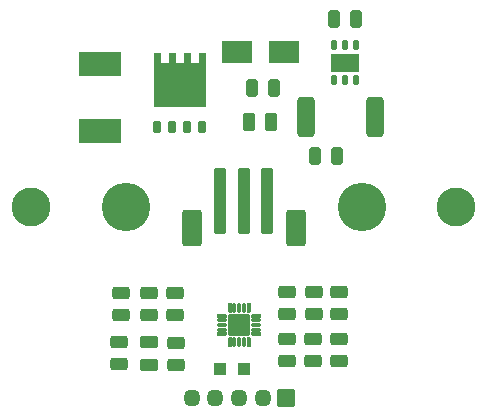
<source format=gbr>
%TF.GenerationSoftware,KiCad,Pcbnew,6.0.7-f9a2dced07~116~ubuntu22.04.1*%
%TF.CreationDate,2022-09-29T21:23:46+02:00*%
%TF.ProjectId,led_buck_3a,6c65645f-6275-4636-9b5f-33612e6b6963,rev?*%
%TF.SameCoordinates,Original*%
%TF.FileFunction,Soldermask,Top*%
%TF.FilePolarity,Negative*%
%FSLAX46Y46*%
G04 Gerber Fmt 4.6, Leading zero omitted, Abs format (unit mm)*
G04 Created by KiCad (PCBNEW 6.0.7-f9a2dced07~116~ubuntu22.04.1) date 2022-09-29 21:23:46*
%MOMM*%
%LPD*%
G01*
G04 APERTURE LIST*
G04 Aperture macros list*
%AMRoundRect*
0 Rectangle with rounded corners*
0 $1 Rounding radius*
0 $2 $3 $4 $5 $6 $7 $8 $9 X,Y pos of 4 corners*
0 Add a 4 corners polygon primitive as box body*
4,1,4,$2,$3,$4,$5,$6,$7,$8,$9,$2,$3,0*
0 Add four circle primitives for the rounded corners*
1,1,$1+$1,$2,$3*
1,1,$1+$1,$4,$5*
1,1,$1+$1,$6,$7*
1,1,$1+$1,$8,$9*
0 Add four rect primitives between the rounded corners*
20,1,$1+$1,$2,$3,$4,$5,0*
20,1,$1+$1,$4,$5,$6,$7,0*
20,1,$1+$1,$6,$7,$8,$9,0*
20,1,$1+$1,$8,$9,$2,$3,0*%
%AMFreePoly0*
4,1,27,0.318424,0.146194,0.353779,0.131549,0.369999,0.120710,0.420710,0.069999,0.431549,0.053779,0.446194,0.018424,0.450000,-0.000711,0.450000,-0.050000,0.446194,-0.069135,0.431549,-0.104490,0.404490,-0.131549,0.369135,-0.146194,0.350000,-0.150000,-0.350000,-0.150000,-0.369135,-0.146194,-0.404490,-0.131549,-0.431549,-0.104490,-0.446194,-0.069135,-0.450000,-0.050000,-0.450000,0.050000,
-0.446194,0.069135,-0.431549,0.104490,-0.404490,0.131549,-0.369135,0.146194,-0.350000,0.150000,0.299289,0.150000,0.318424,0.146194,0.318424,0.146194,$1*%
%AMFreePoly1*
4,1,27,0.369135,0.146194,0.404490,0.131549,0.431549,0.104490,0.446194,0.069135,0.450000,0.050000,0.450000,0.000711,0.446194,-0.018424,0.431549,-0.053779,0.420710,-0.069999,0.369999,-0.120710,0.353779,-0.131549,0.318424,-0.146194,0.299289,-0.150000,-0.350000,-0.150000,-0.369135,-0.146194,-0.404490,-0.131549,-0.431549,-0.104490,-0.446194,-0.069135,-0.450000,-0.050000,-0.450000,0.050000,
-0.446194,0.069135,-0.431549,0.104490,-0.404490,0.131549,-0.369135,0.146194,-0.350000,0.150000,0.350000,0.150000,0.369135,0.146194,0.369135,0.146194,$1*%
%AMFreePoly2*
4,1,27,0.069135,0.446194,0.104490,0.431549,0.131549,0.404490,0.146194,0.369135,0.150000,0.350000,0.150000,-0.350000,0.146194,-0.369135,0.131549,-0.404490,0.104490,-0.431549,0.069135,-0.446194,0.050000,-0.450000,-0.050000,-0.450000,-0.069135,-0.446194,-0.104490,-0.431549,-0.131549,-0.404490,-0.146194,-0.369135,-0.150000,-0.350000,-0.150000,0.299289,-0.146194,0.318424,-0.131549,0.353779,
-0.120710,0.369999,-0.069999,0.420710,-0.053779,0.431549,-0.018424,0.446194,0.000711,0.450000,0.050000,0.450000,0.069135,0.446194,0.069135,0.446194,$1*%
%AMFreePoly3*
4,1,27,0.018424,0.446194,0.053779,0.431549,0.069999,0.420710,0.120710,0.369999,0.131549,0.353779,0.146194,0.318424,0.150000,0.299289,0.150000,-0.350000,0.146194,-0.369135,0.131549,-0.404490,0.104490,-0.431549,0.069135,-0.446194,0.050000,-0.450000,-0.050000,-0.450000,-0.069135,-0.446194,-0.104490,-0.431549,-0.131549,-0.404490,-0.146194,-0.369135,-0.150000,-0.350000,-0.150000,0.350000,
-0.146194,0.369135,-0.131549,0.404490,-0.104490,0.431549,-0.069135,0.446194,-0.050000,0.450000,-0.000711,0.450000,0.018424,0.446194,0.018424,0.446194,$1*%
%AMFreePoly4*
4,1,27,0.369135,0.146194,0.404490,0.131549,0.431549,0.104490,0.446194,0.069135,0.450000,0.050000,0.450000,-0.050000,0.446194,-0.069135,0.431549,-0.104490,0.404490,-0.131549,0.369135,-0.146194,0.350000,-0.150000,-0.299289,-0.150000,-0.318424,-0.146194,-0.353779,-0.131549,-0.369999,-0.120710,-0.420710,-0.069999,-0.431549,-0.053779,-0.446194,-0.018424,-0.450000,0.000711,-0.450000,0.050000,
-0.446194,0.069135,-0.431549,0.104490,-0.404490,0.131549,-0.369135,0.146194,-0.350000,0.150000,0.350000,0.150000,0.369135,0.146194,0.369135,0.146194,$1*%
%AMFreePoly5*
4,1,27,0.369135,0.146194,0.404490,0.131549,0.431549,0.104490,0.446194,0.069135,0.450000,0.050000,0.450000,-0.050000,0.446194,-0.069135,0.431549,-0.104490,0.404490,-0.131549,0.369135,-0.146194,0.350000,-0.150000,-0.350000,-0.150000,-0.369135,-0.146194,-0.404490,-0.131549,-0.431549,-0.104490,-0.446194,-0.069135,-0.450000,-0.050000,-0.450000,-0.000711,-0.446194,0.018424,-0.431549,0.053779,
-0.420710,0.069999,-0.369999,0.120710,-0.353779,0.131549,-0.318424,0.146194,-0.299289,0.150000,0.350000,0.150000,0.369135,0.146194,0.369135,0.146194,$1*%
%AMFreePoly6*
4,1,27,0.069135,0.446194,0.104490,0.431549,0.131549,0.404490,0.146194,0.369135,0.150000,0.350000,0.150000,-0.299289,0.146194,-0.318424,0.131549,-0.353779,0.120710,-0.369999,0.069999,-0.420710,0.053779,-0.431549,0.018424,-0.446194,-0.000711,-0.450000,-0.050000,-0.450000,-0.069135,-0.446194,-0.104490,-0.431549,-0.131549,-0.404490,-0.146194,-0.369135,-0.150000,-0.350000,-0.150000,0.350000,
-0.146194,0.369135,-0.131549,0.404490,-0.104490,0.431549,-0.069135,0.446194,-0.050000,0.450000,0.050000,0.450000,0.069135,0.446194,0.069135,0.446194,$1*%
%AMFreePoly7*
4,1,27,0.069135,0.446194,0.104490,0.431549,0.131549,0.404490,0.146194,0.369135,0.150000,0.350000,0.150000,-0.350000,0.146194,-0.369135,0.131549,-0.404490,0.104490,-0.431549,0.069135,-0.446194,0.050000,-0.450000,0.000711,-0.450000,-0.018424,-0.446194,-0.053779,-0.431549,-0.069999,-0.420710,-0.120710,-0.369999,-0.131549,-0.353779,-0.146194,-0.318424,-0.150000,-0.299289,-0.150000,0.350000,
-0.146194,0.369135,-0.131549,0.404490,-0.104490,0.431549,-0.069135,0.446194,-0.050000,0.450000,0.050000,0.450000,0.069135,0.446194,0.069135,0.446194,$1*%
%AMFreePoly8*
4,1,17,2.675000,1.605000,1.875000,1.605000,1.875000,0.935000,2.675000,0.935000,2.675000,0.335000,1.875000,0.335000,1.875000,-0.335000,2.675000,-0.335000,2.675000,-0.935000,1.875000,-0.935000,1.875000,-1.605000,2.675000,-1.605000,2.675000,-2.205000,-1.875000,-2.205000,-1.875000,2.205000,2.675000,2.205000,2.675000,1.605000,2.675000,1.605000,$1*%
G04 Aperture macros list end*
%ADD10RoundRect,0.050000X-0.500000X-0.500000X0.500000X-0.500000X0.500000X0.500000X-0.500000X0.500000X0*%
%ADD11RoundRect,0.293750X-0.243750X-0.456250X0.243750X-0.456250X0.243750X0.456250X-0.243750X0.456250X0*%
%ADD12RoundRect,0.293750X0.456250X-0.243750X0.456250X0.243750X-0.456250X0.243750X-0.456250X-0.243750X0*%
%ADD13RoundRect,0.050000X1.250000X0.900000X-1.250000X0.900000X-1.250000X-0.900000X1.250000X-0.900000X0*%
%ADD14RoundRect,0.293750X-0.456250X0.243750X-0.456250X-0.243750X0.456250X-0.243750X0.456250X0.243750X0*%
%ADD15FreePoly0,180.000000*%
%ADD16RoundRect,0.100000X0.350000X0.050000X-0.350000X0.050000X-0.350000X-0.050000X0.350000X-0.050000X0*%
%ADD17FreePoly1,180.000000*%
%ADD18FreePoly2,180.000000*%
%ADD19RoundRect,0.100000X0.050000X0.350000X-0.050000X0.350000X-0.050000X-0.350000X0.050000X-0.350000X0*%
%ADD20FreePoly3,180.000000*%
%ADD21FreePoly4,180.000000*%
%ADD22FreePoly5,180.000000*%
%ADD23FreePoly6,180.000000*%
%ADD24FreePoly7,180.000000*%
%ADD25RoundRect,0.050000X0.850000X0.850000X-0.850000X0.850000X-0.850000X-0.850000X0.850000X-0.850000X0*%
%ADD26RoundRect,0.300000X0.250000X2.500000X-0.250000X2.500000X-0.250000X-2.500000X0.250000X-2.500000X0*%
%ADD27RoundRect,0.300000X0.550000X1.250000X-0.550000X1.250000X-0.550000X-1.250000X0.550000X-1.250000X0*%
%ADD28C,3.300000*%
%ADD29RoundRect,0.050000X0.210000X-0.380000X0.210000X0.380000X-0.210000X0.380000X-0.210000X-0.380000X0*%
%ADD30RoundRect,0.050000X1.150000X-0.750000X1.150000X0.750000X-1.150000X0.750000X-1.150000X-0.750000X0*%
%ADD31RoundRect,0.050000X1.700000X-1.000000X1.700000X1.000000X-1.700000X1.000000X-1.700000X-1.000000X0*%
%ADD32RoundRect,0.300000X0.250000X0.475000X-0.250000X0.475000X-0.250000X-0.475000X0.250000X-0.475000X0*%
%ADD33RoundRect,0.300000X0.425000X1.425000X-0.425000X1.425000X-0.425000X-1.425000X0.425000X-1.425000X0*%
%ADD34RoundRect,0.293750X0.243750X0.456250X-0.243750X0.456250X-0.243750X-0.456250X0.243750X-0.456250X0*%
%ADD35FreePoly8,90.000000*%
%ADD36RoundRect,0.050000X0.250000X-0.425000X0.250000X0.425000X-0.250000X0.425000X-0.250000X-0.425000X0*%
%ADD37RoundRect,0.050000X-0.675000X0.675000X-0.675000X-0.675000X0.675000X-0.675000X0.675000X0.675000X0*%
%ADD38O,1.450000X1.450000*%
%ADD39RoundRect,0.300000X-0.475000X0.250000X-0.475000X-0.250000X0.475000X-0.250000X0.475000X0.250000X0*%
%ADD40C,4.100000*%
G04 APERTURE END LIST*
D10*
%TO.C,TP4*%
X48006000Y-63754000D03*
%TD*%
%TO.C,TP1*%
X50038000Y-63754000D03*
%TD*%
D11*
%TO.C,C4*%
X57662500Y-34040000D03*
X59537500Y-34040000D03*
%TD*%
D12*
%TO.C,C5*%
X58040000Y-59080000D03*
X58040000Y-57205000D03*
%TD*%
D13*
%TO.C,D1*%
X53400000Y-36900000D03*
X49400000Y-36900000D03*
%TD*%
D14*
%TO.C,D2*%
X55900000Y-61185000D03*
X55900000Y-63060000D03*
%TD*%
D12*
%TO.C,R2*%
X53670000Y-59090000D03*
X53670000Y-57215000D03*
%TD*%
D14*
%TO.C,R3*%
X44207500Y-57260000D03*
X44207500Y-59135000D03*
%TD*%
D12*
%TO.C,R4*%
X41987500Y-59155000D03*
X41987500Y-57280000D03*
%TD*%
%TO.C,R5*%
X58090000Y-63077500D03*
X58090000Y-61202500D03*
%TD*%
%TO.C,R6*%
X44287500Y-63347500D03*
X44287500Y-61472500D03*
%TD*%
D14*
%TO.C,R7*%
X39447500Y-61452500D03*
X39447500Y-63327500D03*
%TD*%
D15*
%TO.C,U2*%
X51070000Y-60790000D03*
D16*
X51070000Y-60390000D03*
X51070000Y-59990000D03*
X51070000Y-59590000D03*
D17*
X51070000Y-59190000D03*
D18*
X50420000Y-58540000D03*
D19*
X50020000Y-58540000D03*
X49620000Y-58540000D03*
X49220000Y-58540000D03*
D20*
X48820000Y-58540000D03*
D21*
X48170000Y-59190000D03*
D16*
X48170000Y-59590000D03*
X48170000Y-59990000D03*
X48170000Y-60390000D03*
D22*
X48170000Y-60790000D03*
D23*
X48820000Y-61440000D03*
D19*
X49220000Y-61440000D03*
X49620000Y-61440000D03*
X50020000Y-61440000D03*
D24*
X50420000Y-61440000D03*
D25*
X49620000Y-59990000D03*
%TD*%
D26*
%TO.C,J3*%
X52000000Y-49500000D03*
X50000000Y-49500000D03*
X48000000Y-49500000D03*
D27*
X54400000Y-51750000D03*
X45600000Y-51750000D03*
%TD*%
D28*
%TO.C,H1*%
X32000000Y-50000000D03*
%TD*%
%TO.C,H2*%
X68000000Y-50000000D03*
%TD*%
D29*
%TO.C,U1*%
X57650000Y-39285000D03*
X58600000Y-39285000D03*
X59550000Y-39285000D03*
X59550000Y-36315000D03*
X58600000Y-36315000D03*
X57650000Y-36315000D03*
D30*
X58600000Y-37800000D03*
%TD*%
D12*
%TO.C,C6*%
X55914000Y-59081500D03*
X55914000Y-57206500D03*
%TD*%
D31*
%TO.C,L1*%
X37800000Y-43550000D03*
X37800000Y-37850000D03*
%TD*%
D32*
%TO.C,C1*%
X52350000Y-42800000D03*
X50450000Y-42800000D03*
%TD*%
D12*
%TO.C,C7*%
X39647500Y-59162500D03*
X39647500Y-57287500D03*
%TD*%
D33*
%TO.C,R1*%
X61100000Y-42400000D03*
X55300000Y-42400000D03*
%TD*%
D34*
%TO.C,C2*%
X52537500Y-39900000D03*
X50662500Y-39900000D03*
%TD*%
D35*
%TO.C,Q1*%
X44600000Y-39650000D03*
D36*
X42695000Y-43200000D03*
X43965000Y-43200000D03*
X45235000Y-43200000D03*
X46505000Y-43200000D03*
%TD*%
D14*
%TO.C,R8*%
X53690000Y-61182500D03*
X53690000Y-63057500D03*
%TD*%
D11*
%TO.C,C3*%
X56025000Y-45700000D03*
X57900000Y-45700000D03*
%TD*%
D37*
%TO.C,J4*%
X53610000Y-66130000D03*
D38*
X51610000Y-66130000D03*
X49610000Y-66130000D03*
X47610000Y-66130000D03*
X45610000Y-66130000D03*
%TD*%
D39*
%TO.C,C8*%
X41967500Y-61440000D03*
X41967500Y-63340000D03*
%TD*%
D40*
%TO.C,J1*%
X60000000Y-50000000D03*
%TD*%
%TO.C,J2*%
X40000000Y-50000000D03*
%TD*%
M02*

</source>
